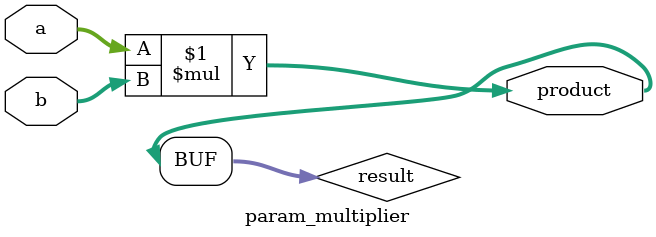
<source format=v>
module param_multiplier #(
    parameter WIDTH = 8
)(
    input [WIDTH-1:0] a,
    input [WIDTH-1:0] b,
    output reg [2*WIDTH-1:0] product
);

    (* use_dsp48 = "yes" *)
    wire [2*WIDTH-1:0] result;

    assign result = a * b;
    
    always @(*) begin
        product = result;
    end
    
endmodule
</source>
